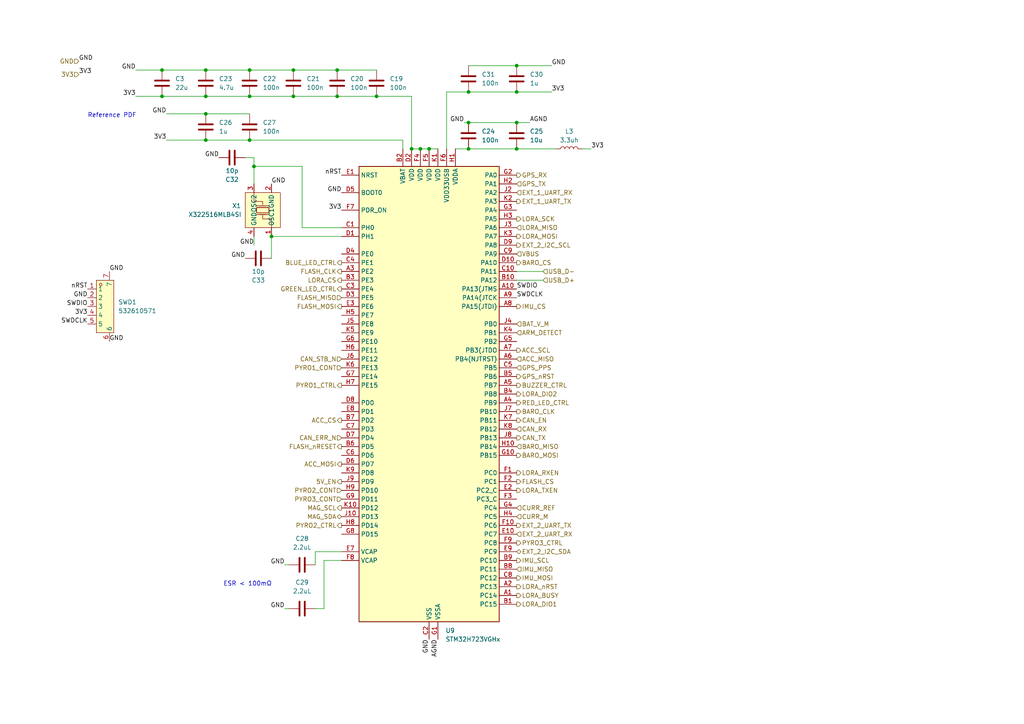
<source format=kicad_sch>
(kicad_sch (version 20230121) (generator eeschema)
  (paper "A4")
  (lib_symbols
    (symbol "Device:C" (pin_numbers hide) (pin_names (offset 0.254))
      (property "Reference" "C" (at 0.635 2.54 0))
      (property "Value" "C" (at 0.635 -2.54 0))
      (symbol "C_0_1"
        (polyline (pts (xy -2.032 -0.762) (xy 2.032 -0.762)) (stroke (width 0.508)))
        (polyline (pts (xy -2.032 0.762) (xy 2.032 0.762)) (stroke (width 0.508)))
      )
      (symbol "C_1_1"
        (pin passive line (at 0 3.81 270) (length 2.794) (name "~") (number "1"))
        (pin passive line (at 0 -3.81 90) (length 2.794) (name "~") (number "2"))
      )
    )
    (symbol "Device:L" (pin_numbers hide) (pin_names (offset 1.016) hide)
      (property "Reference" "L" (at -1.27 0 90))
      (property "Value" "L" (at 1.905 0 90))
      (symbol "L_0_1"
        (arc (start 0 -2.54) (mid 0.6323 -1.905) (end 0 -1.27))
        (arc (start 0 -1.27) (mid 0.6323 -0.635) (end 0 0))
        (arc (start 0 0) (mid 0.6323 0.635) (end 0 1.27))
        (arc (start 0 1.27) (mid 0.6323 1.905) (end 0 2.54))
      )
      (symbol "L_1_1"
        (pin passive line (at 0 3.81 270) (length 1.27) (name "1") (number "1"))
        (pin passive line (at 0 -3.81 90) (length 1.27) (name "2") (number "2"))
      )
    )
    (symbol "MCU_ST_STM32H7:STM32H723VGHx"
      (property "Reference" "U" (at -20.32 67.31 0))
      (property "Value" "STM32H723VGHx" (at 10.16 67.31 0))
      (symbol "STM32H723VGHx_0_1"
        (rectangle (start -20.32 -66.04) (end 20.32 66.04) (stroke (width 0.254)) (fill (type background)))
      )
      (symbol "STM32H723VGHx_1_1"
        (pin bidirectional line (at 25.4 -58.42 180) (length 5.08) (name "PC14") (number "A1"))
        (pin bidirectional line (at 25.4 30.48 180) (length 5.08) (name "PA13(JTMS") (number "A10"))
        (pin bidirectional line (at 25.4 -55.88 180) (length 5.08) (name "PC13") (number "A2"))
        (pin bidirectional line (at -25.4 35.56 0) (length 5.08) (name "PE2") (number "A3"))
        (pin bidirectional line (at 25.4 -2.54 180) (length 5.08) (name "PB9") (number "A4"))
        (pin bidirectional line (at 25.4 2.54 180) (length 5.08) (name "PB7") (number "A5"))
        (pin bidirectional line (at 25.4 10.16 180) (length 5.08) (name "PB4(NJTRST)") (number "A6"))
        (pin bidirectional line (at 25.4 12.7 180) (length 5.08) (name "PB3(JTDO") (number "A7"))
        (pin bidirectional line (at 25.4 25.4 180) (length 5.08) (name "PA15(JTDI)") (number "A8"))
        (pin bidirectional line (at 25.4 27.94 180) (length 5.08) (name "PA14(JTCK") (number "A9"))
        (pin bidirectional line (at 25.4 -60.96 180) (length 5.08) (name "PC15") (number "B1"))
        (pin bidirectional line (at 25.4 33.02 180) (length 5.08) (name "PA12") (number "B10"))
        (pin power_in line (at -7.62 71.12 270) (length 5.08) (name "VBAT") (number "B2"))
        (pin bidirectional line (at -25.4 33.02 0) (length 5.08) (name "PE3") (number "B3"))
        (pin bidirectional line (at 25.4 0 180) (length 5.08) (name "PB8") (number "B4"))
        (pin bidirectional line (at 25.4 5.08 180) (length 5.08) (name "PB6") (number "B5"))
        (pin bidirectional line (at -25.4 -15.24 0) (length 5.08) (name "PD5") (number "B6"))
        (pin bidirectional line (at -25.4 -7.62 0) (length 5.08) (name "PD2") (number "B7"))
        (pin bidirectional line (at 25.4 -50.8 180) (length 5.08) (name "PC11") (number "B8"))
        (pin bidirectional line (at 25.4 -48.26 180) (length 5.08) (name "PC10") (number "B9"))
        (pin bidirectional line (at -25.4 48.26 0) (length 5.08) (name "PH0") (number "C1"))
        (pin bidirectional line (at 25.4 35.56 180) (length 5.08) (name "PA11") (number "C10"))
        (pin power_in line (at 0 -71.12 90) (length 5.08) (name "VSS") (number "C2"))
        (pin bidirectional line (at -25.4 30.48 0) (length 5.08) (name "PE4") (number "C3"))
        (pin bidirectional line (at -25.4 38.1 0) (length 5.08) (name "PE1") (number "C4"))
        (pin bidirectional line (at 25.4 7.62 180) (length 5.08) (name "PB5") (number "C5"))
        (pin bidirectional line (at -25.4 -17.78 0) (length 5.08) (name "PD6") (number "C6"))
        (pin bidirectional line (at -25.4 -10.16 0) (length 5.08) (name "PD3") (number "C7"))
        (pin bidirectional line (at 25.4 -53.34 180) (length 5.08) (name "PC12") (number "C8"))
        (pin bidirectional line (at 25.4 40.64 180) (length 5.08) (name "PA9") (number "C9"))
        (pin bidirectional line (at -25.4 45.72 0) (length 5.08) (name "PH1") (number "D1"))
        (pin bidirectional line (at 25.4 38.1 180) (length 5.08) (name "PA10") (number "D10"))
        (pin power_in line (at -5.08 71.12 270) (length 5.08) (name "VDD") (number "D2"))
        (pin bidirectional line (at -25.4 27.94 0) (length 5.08) (name "PE5") (number "D3"))
        (pin bidirectional line (at -25.4 40.64 0) (length 5.08) (name "PE0") (number "D4"))
        (pin input line (at -25.4 58.42 0) (length 5.08) (name "BOOT0") (number "D5"))
        (pin bidirectional line (at -25.4 -20.32 0) (length 5.08) (name "PD7") (number "D6"))
        (pin bidirectional line (at -25.4 -12.7 0) (length 5.08) (name "PD4") (number "D7"))
        (pin bidirectional line (at -25.4 -2.54 0) (length 5.08) (name "PD0") (number "D8"))
        (pin bidirectional line (at 25.4 43.18 180) (length 5.08) (name "PA8") (number "D9"))
        (pin input line (at -25.4 63.5 0) (length 5.08) (name "NRST") (number "E1"))
        (pin bidirectional line (at 25.4 -40.64 180) (length 5.08) (name "PC7") (number "E10"))
        (pin bidirectional line (at 25.4 -27.94 180) (length 5.08) (name "PC2_C") (number "E2"))
        (pin bidirectional line (at -25.4 25.4 0) (length 5.08) (name "PE6") (number "E3"))
        (pin passive line (at 0 -71.12 90) (length 5.08) hide (name "VSS") (number "E4"))
        (pin passive line (at 0 -71.12 90) (length 5.08) hide (name "VSS") (number "E5"))
        (pin passive line (at 0 -71.12 90) (length 5.08) hide (name "VSS") (number "E6"))
        (pin power_out line (at -25.4 -45.72 0) (length 5.08) (name "VCAP") (number "E7"))
        (pin bidirectional line (at -25.4 -5.08 0) (length 5.08) (name "PD1") (number "E8"))
        (pin bidirectional line (at 25.4 -45.72 180) (length 5.08) (name "PC9") (number "E9"))
        (pin bidirectional line (at 25.4 -22.86 180) (length 5.08) (name "PC0") (number "F1"))
        (pin bidirectional line (at 25.4 -38.1 180) (length 5.08) (name "PC6") (number "F10"))
        (pin bidirectional line (at 25.4 -25.4 180) (length 5.08) (name "PC1") (number "F2"))
        (pin bidirectional line (at 25.4 -30.48 180) (length 5.08) (name "PC3_C") (number "F3"))
        (pin power_in line (at -2.54 71.12 270) (length 5.08) (name "VDD") (number "F4"))
        (pin power_in line (at 0 71.12 270) (length 5.08) (name "VDD") (number "F5"))
        (pin power_in line (at 5.08 71.12 270) (length 5.08) (name "VDD33USB") (number "F6"))
        (pin input line (at -25.4 53.34 0) (length 5.08) (name "PDR_ON") (number "F7"))
        (pin power_out line (at -25.4 -48.26 0) (length 5.08) (name "VCAP") (number "F8"))
        (pin bidirectional line (at 25.4 -43.18 180) (length 5.08) (name "PC8") (number "F9"))
        (pin power_in line (at 2.54 -71.12 90) (length 5.08) (name "VSSA") (number "G1"))
        (pin bidirectional line (at 25.4 -17.78 180) (length 5.08) (name "PB15") (number "G10"))
        (pin bidirectional line (at 25.4 63.5 180) (length 5.08) (name "PA0") (number "G2"))
        (pin bidirectional line (at 25.4 53.34 180) (length 5.08) (name "PA4") (number "G3"))
        (pin bidirectional line (at 25.4 -33.02 180) (length 5.08) (name "PC4") (number "G4"))
        (pin bidirectional line (at 25.4 15.24 180) (length 5.08) (name "PB2") (number "G5"))
        (pin bidirectional line (at -25.4 15.24 0) (length 5.08) (name "PE10") (number "G6"))
        (pin bidirectional line (at -25.4 5.08 0) (length 5.08) (name "PE14") (number "G7"))
        (pin bidirectional line (at -25.4 -40.64 0) (length 5.08) (name "PD15") (number "G8"))
        (pin bidirectional line (at -25.4 -30.48 0) (length 5.08) (name "PD11") (number "G9"))
        (pin power_in line (at 7.62 71.12 270) (length 5.08) (name "VDDA") (number "H1"))
        (pin bidirectional line (at 25.4 -15.24 180) (length 5.08) (name "PB14") (number "H10"))
        (pin bidirectional line (at 25.4 60.96 180) (length 5.08) (name "PA1") (number "H2"))
        (pin bidirectional line (at 25.4 50.8 180) (length 5.08) (name "PA5") (number "H3"))
        (pin bidirectional line (at 25.4 -35.56 180) (length 5.08) (name "PC5") (number "H4"))
        (pin bidirectional line (at -25.4 22.86 0) (length 5.08) (name "PE7") (number "H5"))
        (pin bidirectional line (at -25.4 12.7 0) (length 5.08) (name "PE11") (number "H6"))
        (pin bidirectional line (at -25.4 2.54 0) (length 5.08) (name "PE15") (number "H7"))
        (pin bidirectional line (at -25.4 -38.1 0) (length 5.08) (name "PD14") (number "H8"))
        (pin bidirectional line (at -25.4 -27.94 0) (length 5.08) (name "PD10") (number "H9"))
        (pin passive line (at 0 -71.12 90) (length 5.08) hide (name "VSS") (number "J1"))
        (pin bidirectional line (at -25.4 -35.56 0) (length 5.08) (name "PD13") (number "J10"))
        (pin bidirectional line (at 25.4 58.42 180) (length 5.08) (name "PA2") (number "J2"))
        (pin bidirectional line (at 25.4 48.26 180) (length 5.08) (name "PA6") (number "J3"))
        (pin bidirectional line (at 25.4 20.32 180) (length 5.08) (name "PB0") (number "J4"))
        (pin bidirectional line (at -25.4 20.32 0) (length 5.08) (name "PE8") (number "J5"))
        (pin bidirectional line (at -25.4 10.16 0) (length 5.08) (name "PE12") (number "J6"))
        (pin bidirectional line (at 25.4 -5.08 180) (length 5.08) (name "PB10") (number "J7"))
        (pin bidirectional line (at 25.4 -12.7 180) (length 5.08) (name "PB13") (number "J8"))
        (pin bidirectional line (at -25.4 -25.4 0) (length 5.08) (name "PD9") (number "J9"))
        (pin power_in line (at 2.54 71.12 270) (length 5.08) (name "VDD") (number "K1"))
        (pin bidirectional line (at -25.4 -33.02 0) (length 5.08) (name "PD12") (number "K10"))
        (pin bidirectional line (at 25.4 55.88 180) (length 5.08) (name "PA3") (number "K2"))
        (pin bidirectional line (at 25.4 45.72 180) (length 5.08) (name "PA7") (number "K3"))
        (pin bidirectional line (at 25.4 17.78 180) (length 5.08) (name "PB1") (number "K4"))
        (pin bidirectional line (at -25.4 17.78 0) (length 5.08) (name "PE9") (number "K5"))
        (pin bidirectional line (at -25.4 7.62 0) (length 5.08) (name "PE13") (number "K6"))
        (pin bidirectional line (at 25.4 -7.62 180) (length 5.08) (name "PB11") (number "K7"))
        (pin bidirectional line (at 25.4 -10.16 180) (length 5.08) (name "PB12") (number "K8"))
        (pin bidirectional line (at -25.4 -22.86 0) (length 5.08) (name "PD8") (number "K9"))
      )
    )
    (symbol "Rocketry:532610571"
      (property "Reference" "CN" (at 0 15.24 0))
      (property "Value" "532610571" (at 0 -15.24 0))
      (symbol "532610571_0_1"
        (rectangle (start -1.27 7.62) (end 3.81 -7.62) (fill (type background)))
        (circle (center 0 6.35) (radius 0.38))
        (pin unspecified line (at -3.81 5.08 0) (length 2.54) (name "1") (number "1"))
        (pin unspecified line (at -3.81 2.54 0) (length 2.54) (name "2") (number "2"))
        (pin unspecified line (at -3.81 0 0) (length 2.54) (name "3") (number "3"))
        (pin unspecified line (at -3.81 -2.54 0) (length 2.54) (name "4") (number "4"))
        (pin unspecified line (at -3.81 -5.08 0) (length 2.54) (name "5") (number "5"))
        (pin unspecified line (at 2.54 -10.16 90) (length 2.54) (name "6") (number "6"))
        (pin unspecified line (at 2.54 10.16 270) (length 2.54) (name "7") (number "7"))
      )
    )
    (symbol "Rocketry:X322516MLB4SI"
      (property "Reference" "X" (at 0 7.62 0))
      (property "Value" "X322516MLB4SI" (at 0 -7.62 0))
      (symbol "X322516MLB4SI_0_1"
        (rectangle (start -5.08 5.08) (end 5.08 -5.08) (fill (type background)))
        (polyline (pts (xy -1.27 -1.78) (xy -1.27 1.78)))
        (polyline (pts (xy -1.27 -1.02) (xy -1.27 1.02)))
        (polyline (pts (xy 0.76 -1.78) (xy -0.76 -1.78)))
        (polyline (pts (xy 1.27 -1.78) (xy 1.27 1.78)))
        (polyline (pts (xy 1.27 -1.02) (xy 1.27 1.02)))
        (polyline (pts (xy -5.08 -2.54) (xy -2.54 -2.54) (xy -2.54 0) (xy -1.52 0)))
        (polyline (pts (xy -0.76 -1.78) (xy -0.76 1.78) (xy 0.76 1.78) (xy 0.76 -1.78)))
        (polyline (pts (xy 5.08 2.54) (xy 2.54 2.54) (xy 2.54 0) (xy 1.52 0)))
        (polyline (pts (xy 0.76 1.78) (xy 0.76 -1.78) (xy -0.76 -1.78) (xy -0.76 1.78) (xy 0.76 1.78)) (fill (type background)))
        (pin unspecified line (at -7.62 -2.54 0) (length 2.54) (name "OSC1") (number "1"))
        (pin unspecified line (at 7.62 -2.54 180) (length 2.54) (name "GND") (number "2"))
        (pin unspecified line (at 7.62 2.54 180) (length 2.54) (name "OSC2") (number "3"))
        (pin unspecified line (at -7.62 2.54 0) (length 2.54) (name "GND") (number "4"))
      )
    )
  )
  (junction (at 85.09 27.94))
  (junction (at 149.86 26.67))
  (junction (at 124.46 43.18))
  (junction (at 149.86 43.18))
  (junction (at 85.09 20.32))
  (junction (at 135.89 35.56))
  (junction (at 73.66 48.26))
  (junction (at 72.39 27.94))
  (junction (at 135.89 26.67))
  (junction (at 121.92 43.18))
  (junction (at 59.69 27.94))
  (junction (at 72.39 20.32))
  (junction (at 119.38 43.18))
  (junction (at 149.86 35.56))
  (junction (at 46.99 20.32))
  (junction (at 149.86 19.05))
  (junction (at 59.69 40.64))
  (junction (at 59.69 33.02))
  (junction (at 78.74 68.58))
  (junction (at 97.79 27.94))
  (junction (at 97.79 20.32))
  (junction (at 72.39 40.64))
  (junction (at 135.89 43.18))
  (junction (at 46.99 27.94))
  (junction (at 59.69 20.32))
  (junction (at 109.22 27.94))
  (wire (pts (xy 132.08 43.18) (xy 135.89 43.18)))
  (wire (pts (xy 116.84 40.64) (xy 72.39 40.64)))
  (wire (pts (xy 129.54 26.67) (xy 129.54 43.18)))
  (wire (pts (xy 160.02 26.67) (xy 149.86 26.67)))
  (wire (pts (xy 78.74 68.58) (xy 99.06 68.58)))
  (wire (pts (xy 121.92 43.18) (xy 124.46 43.18)))
  (wire (pts (xy 85.09 20.32) (xy 97.79 20.32)))
  (wire (pts (xy 39.37 27.94) (xy 46.99 27.94)))
  (wire (pts (xy 72.39 20.32) (xy 85.09 20.32)))
  (wire (pts (xy 59.69 33.02) (xy 72.39 33.02)))
  (wire (pts (xy 59.69 27.94) (xy 72.39 27.94)))
  (wire (pts (xy 149.86 26.67) (xy 135.89 26.67)))
  (wire (pts (xy 135.89 43.18) (xy 149.86 43.18)))
  (wire (pts (xy 124.46 43.18) (xy 127 43.18)))
  (wire (pts (xy 119.38 27.94) (xy 119.38 43.18)))
  (wire (pts (xy 85.09 27.94) (xy 97.79 27.94)))
  (wire (pts (xy 99.06 162.56) (xy 93.98 162.56)))
  (wire (pts (xy 91.44 160.02) (xy 91.44 163.83)))
  (wire (pts (xy 46.99 20.32) (xy 59.69 20.32)))
  (wire (pts (xy 82.55 163.83) (xy 83.82 163.83)))
  (wire (pts (xy 149.86 43.18) (xy 161.29 43.18)))
  (wire (pts (xy 134.62 35.56) (xy 135.89 35.56)))
  (wire (pts (xy 72.39 27.94) (xy 85.09 27.94)))
  (wire (pts (xy 73.66 68.58) (xy 73.66 71.12)))
  (wire (pts (xy 59.69 20.32) (xy 72.39 20.32)))
  (wire (pts (xy 157.48 78.74) (xy 149.86 78.74)))
  (wire (pts (xy 149.86 19.05) (xy 160.02 19.05)))
  (wire (pts (xy 93.98 162.56) (xy 93.98 176.53)))
  (wire (pts (xy 116.84 43.18) (xy 116.84 40.64)))
  (wire (pts (xy 73.66 45.72) (xy 73.66 48.26)))
  (wire (pts (xy 149.86 35.56) (xy 153.67 35.56)))
  (wire (pts (xy 135.89 35.56) (xy 149.86 35.56)))
  (wire (pts (xy 97.79 27.94) (xy 109.22 27.94)))
  (wire (pts (xy 135.89 26.67) (xy 129.54 26.67)))
  (wire (pts (xy 73.66 48.26) (xy 87.63 48.26)))
  (wire (pts (xy 99.06 160.02) (xy 91.44 160.02)))
  (wire (pts (xy 78.74 68.58) (xy 78.74 74.93)))
  (wire (pts (xy 82.55 176.53) (xy 83.82 176.53)))
  (wire (pts (xy 39.37 20.32) (xy 46.99 20.32)))
  (wire (pts (xy 93.98 176.53) (xy 91.44 176.53)))
  (wire (pts (xy 73.66 53.34) (xy 73.66 48.26)))
  (wire (pts (xy 119.38 43.18) (xy 121.92 43.18)))
  (wire (pts (xy 59.69 40.64) (xy 72.39 40.64)))
  (wire (pts (xy 97.79 20.32) (xy 109.22 20.32)))
  (wire (pts (xy 48.26 33.02) (xy 59.69 33.02)))
  (wire (pts (xy 48.26 40.64) (xy 59.69 40.64)))
  (wire (pts (xy 171.45 43.18) (xy 168.91 43.18)))
  (wire (pts (xy 87.63 66.04) (xy 99.06 66.04)))
  (wire (pts (xy 135.89 19.05) (xy 149.86 19.05)))
  (wire (pts (xy 109.22 27.94) (xy 119.38 27.94)))
  (wire (pts (xy 157.48 81.28) (xy 149.86 81.28)))
  (wire (pts (xy 71.12 45.72) (xy 73.66 45.72)))
  (wire (pts (xy 46.99 27.94) (xy 59.69 27.94)))
  (wire (pts (xy 87.63 48.26) (xy 87.63 66.04)))
  (text "ESR < 100mΩ" (at 64.77 170.18 0) (effects (font (size 1.27 1.27)) (justify left bottom)))
  (text "Reference PDF" (at 25.4 34.29 0) (effects (font (size 1.27 1.27)) (justify left bottom)))
  (label "3V3" (at 171.45 43.18 0))
  (label "3V3" (at 99.06 60.96 180))
  (label "3V3" (at 48.26 40.64 180))
  (label "GND" (at 134.62 35.56 180))
  (label "3V3" (at 25.4 91.44 180))
  (label "3V3" (at 160.02 26.67 0))
  (label "GND" (at 82.55 176.53 180))
  (label "3V3" (at 22.86 21.59 0))
  (label "3V3" (at 39.37 27.94 180))
  (label "AGND" (at 153.67 35.56 0))
  (label "GND" (at 99.06 55.88 180))
  (label "GND" (at 39.37 20.32 180))
  (label "GND" (at 124.46 185.42 270))
  (label "GND" (at 31.75 78.74 0))
  (label "nRST" (at 25.4 83.82 180))
  (label "SWDIO" (at 149.86 83.82 0))
  (label "GND" (at 160.02 19.05 0))
  (label "GND" (at 25.4 86.36 180))
  (label "GND" (at 31.75 99.06 0))
  (label "GND" (at 78.74 53.34 0))
  (label "GND" (at 48.26 33.02 180))
  (label "GND" (at 63.5 45.72 180))
  (label "SWDIO" (at 25.4 88.9 180))
  (label "GND" (at 73.66 71.12 180))
  (label "SWDCLK" (at 149.86 86.36 0))
  (label "GND" (at 82.55 163.83 180))
  (label "AGND" (at 127 185.42 270))
  (label "GND" (at 22.86 17.78 0))
  (label "GND" (at 71.12 74.93 180))
  (label "nRST" (at 99.06 50.8 180))
  (label "SWDCLK" (at 25.4 93.98 180))
  (hierarchical_label "GPS_TX" (shape input) (at 149.86 53.34 0))
  (hierarchical_label "USB_D+" (shape input) (at 157.48 81.28 0))
  (hierarchical_label "BLUE_LED_CTRL" (shape output) (at 99.06 76.2 180))
  (hierarchical_label "LORA_BUSY" (shape output) (at 149.86 172.72 0))
  (hierarchical_label "PYRO2_CONT" (shape input) (at 99.06 142.24 180))
  (hierarchical_label "BARO_MOSI" (shape output) (at 149.86 132.08 0))
  (hierarchical_label "MAG_SDA" (shape bidirectional) (at 99.06 149.86 180))
  (hierarchical_label "FLASH_CS" (shape output) (at 149.86 139.7 0))
  (hierarchical_label "PYRO1_CONT" (shape input) (at 99.06 106.68 180))
  (hierarchical_label "PYRO2_CTRL" (shape output) (at 99.06 152.4 180))
  (hierarchical_label "LORA_DIO2" (shape output) (at 149.86 114.3 0))
  (hierarchical_label "EXT_1_UART_RX" (shape input) (at 149.86 55.88 0))
  (hierarchical_label "CAN_RX" (shape input) (at 149.86 124.46 0))
  (hierarchical_label "FLASH_CLK" (shape output) (at 99.06 78.74 180))
  (hierarchical_label "CAN_STB_N" (shape input) (at 99.06 104.14 180))
  (hierarchical_label "LORA_TXEN" (shape output) (at 149.86 142.24 0))
  (hierarchical_label "CAN_TX" (shape output) (at 149.86 127 0))
  (hierarchical_label "PYRO3_CTRL" (shape output) (at 149.86 157.48 0))
  (hierarchical_label "EXT_1_UART_TX" (shape output) (at 149.86 58.42 0))
  (hierarchical_label "GPS_nRST" (shape output) (at 149.86 109.22 0))
  (hierarchical_label "MAG_SCL" (shape output) (at 99.06 147.32 180))
  (hierarchical_label "CURR_REF" (shape input) (at 149.86 147.32 0))
  (hierarchical_label "LORA_CS" (shape output) (at 99.06 81.28 180))
  (hierarchical_label "BARO_MISO" (shape input) (at 149.86 129.54 0))
  (hierarchical_label "CAN_ERR_N" (shape input) (at 99.06 127 180))
  (hierarchical_label "PYRO3_CONT" (shape input) (at 99.06 144.78 180))
  (hierarchical_label "BARO_CS" (shape output) (at 149.86 76.2 0))
  (hierarchical_label "ACC_CS" (shape output) (at 99.06 121.92 180))
  (hierarchical_label "ACC_MOSI" (shape output) (at 99.06 134.62 180))
  (hierarchical_label "VBUS" (shape input) (at 149.86 73.66 0))
  (hierarchical_label "ACC_MISO" (shape input) (at 149.86 104.14 0))
  (hierarchical_label "GPS_RX" (shape output) (at 149.86 50.8 0))
  (hierarchical_label "BARO_CLK" (shape output) (at 149.86 119.38 0))
  (hierarchical_label "ACC_SCL" (shape output) (at 149.86 101.6 0))
  (hierarchical_label "GREEN_LED_CTRL" (shape output) (at 99.06 83.82 180))
  (hierarchical_label "LORA_MOSI" (shape output) (at 149.86 68.58 0))
  (hierarchical_label "3V3" (shape input) (at 22.86 21.59 180))
  (hierarchical_label "LORA_nRST" (shape output) (at 149.86 170.18 0))
  (hierarchical_label "ARM_DETECT" (shape input) (at 149.86 96.52 0))
  (hierarchical_label "5V_EN" (shape output) (at 99.06 139.7 180))
  (hierarchical_label "EXT_2_I2C_SDA" (shape bidirectional) (at 149.86 160.02 0))
  (hierarchical_label "CURR_M" (shape input) (at 149.86 149.86 0))
  (hierarchical_label "BAT_V_M" (shape input) (at 149.86 93.98 0))
  (hierarchical_label "LORA_RXEN" (shape output) (at 149.86 137.16 0))
  (hierarchical_label "EXT_2_UART_RX" (shape input) (at 149.86 154.94 0))
  (hierarchical_label "FLASH_MOSI" (shape output) (at 99.06 88.9 180))
  (hierarchical_label "IMU_CS" (shape output) (at 149.86 88.9 0))
  (hierarchical_label "USB_D-" (shape input) (at 157.48 78.74 0))
  (hierarchical_label "IMU_MOSI" (shape output) (at 149.86 167.64 0))
  (hierarchical_label "EXT_2_UART_TX" (shape output) (at 149.86 152.4 0))
  (hierarchical_label "LORA_SCK" (shape output) (at 149.86 63.5 0))
  (hierarchical_label "GND" (shape input) (at 22.86 17.78 180))
  (hierarchical_label "FLASH_MISO" (shape input) (at 99.06 86.36 180))
  (hierarchical_label "FLASH_nRESET" (shape output) (at 99.06 129.54 180))
  (hierarchical_label "GPS_PPS" (shape input) (at 149.86 106.68 0))
  (hierarchical_label "RED_LED_CTRL" (shape output) (at 149.86 116.84 0))
  (hierarchical_label "IMU_MISO" (shape input) (at 149.86 165.1 0))
  (hierarchical_label "IMU_SCL" (shape output) (at 149.86 162.56 0))
  (hierarchical_label "LORA_MISO" (shape input) (at 149.86 66.04 0))
  (hierarchical_label "EXT_2_I2C_SCL" (shape output) (at 149.86 71.12 0))
  (hierarchical_label "PYRO1_CTRL" (shape output) (at 99.06 111.76 180))
  (hierarchical_label "CAN_EN" (shape output) (at 149.86 121.92 0))
  (hierarchical_label "LORA_DIO1" (shape output) (at 149.86 175.26 0))
  (hierarchical_label "BUZZER_CTRL" (shape output) (at 149.86 111.76 0))
  (symbol (lib_id "Rocketry:X322516MLB4SI") (at 76.2 60.96 90) (unit 1)
    (property "Reference" "X1" (at 67.31 59.69 90) (effects (justify right)))
    (property "Value" "X322516MLB4SI" (at 54.61 62.23 90) (effects (justify right)))
    (property "Footprint" "Rocketry:OSC-SMD_4P-L3.2-W2.5-BL" (effects hide))
    (property "Datasheet" "https://lcsc.com/product-detail/SMD-Crystals_YSX321SL-16MHZ-9PF-10PPM-40-85_C13738.html" (effects hide))
    (property "LCSC Part" "C13738" (effects hide))
  )
  (symbol (lib_id "Device:C") (at 135.89 22.86 180) (unit 1)
    (property "Reference" "C31" (at 139.7 21.59 0) (effects (justify right)))
    (property "Value" "100n" (at 139.7 24.13 0) (effects (justify right)))
    (property "Footprint" "Capacitor_SMD:C_0402_1005Metric" (effects hide))
  )
  (symbol (lib_id "Device:C") (at 109.22 24.13 180) (unit 1)
    (property "Reference" "C19" (at 113.03 22.86 0) (effects (justify right)))
    (property "Value" "100n" (at 113.03 25.4 0) (effects (justify right)))
    (property "Footprint" "Capacitor_SMD:C_0402_1005Metric" (effects hide))
  )
  (symbol (lib_id "Device:C") (at 74.93 74.93 270) (unit 1)
    (property "Reference" "C33" (at 74.93 81.28 90))
    (property "Value" "10p" (at 74.93 78.74 90))
    (property "Footprint" "Capacitor_SMD:C_0402_1005Metric" (effects hide))
  )
  (symbol (lib_id "MCU_ST_STM32H7:STM32H723VGHx") (at 124.46 114.3 0) (unit 1)
    (property "Reference" "U9" (at 129.1941 182.88 0) (effects (justify left)))
    (property "Value" "STM32H723VGHx" (at 129.1941 185.42 0) (effects (justify left)))
    (property "Footprint" "Package_BGA:TFBGA-100_8x8mm_Layout10x10_P0.8mm" (effects hide))
    (property "Datasheet" "https://www.st.com/resource/en/datasheet/stm32h723vg.pdf" (effects hide))
  )
  (symbol (lib_id "Device:C") (at 87.63 176.53 270) (unit 1)
    (property "Reference" "C29" (at 87.63 168.91 90))
    (property "Value" "2.2uL" (at 87.63 171.45 90))
    (property "Footprint" "Capacitor_SMD:C_0402_1005Metric" (effects hide))
  )
  (symbol (lib_id "Device:C") (at 59.69 36.83 180) (unit 1)
    (property "Reference" "C26" (at 63.5 35.56 0) (effects (justify right)))
    (property "Value" "1u" (at 63.5 38.1 0) (effects (justify right)))
    (property "Footprint" "Capacitor_SMD:C_0402_1005Metric" (effects hide))
  )
  (symbol (lib_id "Device:C") (at 85.09 24.13 180) (unit 1)
    (property "Reference" "C21" (at 88.9 22.86 0) (effects (justify right)))
    (property "Value" "100n" (at 88.9 25.4 0) (effects (justify right)))
    (property "Footprint" "Capacitor_SMD:C_0402_1005Metric" (effects hide))
  )
  (symbol (lib_id "Rocketry:532610571") (at 29.21 88.9 0) (unit 1)
    (property "Reference" "SWD1" (at 34.29 87.63 0) (effects (justify left)))
    (property "Value" "532610571" (at 34.29 90.17 0) (effects (justify left)))
    (property "Footprint" "Rocketry:CONN-SMD_5P-P1.25_532610571-2" (effects hide))
    (property "Datasheet" "https://lcsc.com/product-detail/Wire-To-Board-Wire-To-Wire-Connector_MOLEX-532610571_C392176.html" (effects hide))
    (property "LCSC Part" "C392176" (effects hide))
  )
  (symbol (lib_id "Device:C") (at 59.69 24.13 180) (unit 1)
    (property "Reference" "C23" (at 63.5 22.86 0) (effects (justify right)))
    (property "Value" "4.7u" (at 63.5 25.4 0) (effects (justify right)))
    (property "Footprint" "Capacitor_SMD:C_0402_1005Metric" (effects hide))
  )
  (symbol (lib_id "Device:C") (at 97.79 24.13 180) (unit 1)
    (property "Reference" "C20" (at 101.6 22.86 0) (effects (justify right)))
    (property "Value" "100n" (at 101.6 25.4 0) (effects (justify right)))
    (property "Footprint" "Capacitor_SMD:C_0402_1005Metric" (effects hide))
  )
  (symbol (lib_id "Device:C") (at 67.31 45.72 270) (unit 1)
    (property "Reference" "C32" (at 67.31 52.07 90))
    (property "Value" "10p" (at 67.31 49.53 90))
    (property "Footprint" "Capacitor_SMD:C_0402_1005Metric" (effects hide))
  )
  (symbol (lib_id "Device:C") (at 72.39 36.83 180) (unit 1)
    (property "Reference" "C27" (at 76.2 35.56 0) (effects (justify right)))
    (property "Value" "100n" (at 76.2 38.1 0) (effects (justify right)))
    (property "Footprint" "Capacitor_SMD:C_0402_1005Metric" (effects hide))
  )
  (symbol (lib_id "Device:C") (at 149.86 22.86 180) (unit 1)
    (property "Reference" "C30" (at 153.67 21.59 0) (effects (justify right)))
    (property "Value" "1u" (at 153.67 24.13 0) (effects (justify right)))
    (property "Footprint" "Capacitor_SMD:C_0402_1005Metric" (effects hide))
  )
  (symbol (lib_id "Device:C") (at 87.63 163.83 270) (unit 1)
    (property "Reference" "C28" (at 87.63 156.21 90))
    (property "Value" "2.2uL" (at 87.63 158.75 90))
    (property "Footprint" "Capacitor_SMD:C_0402_1005Metric" (effects hide))
  )
  (symbol (lib_id "Device:C") (at 72.39 24.13 180) (unit 1)
    (property "Reference" "C22" (at 76.2 22.86 0) (effects (justify right)))
    (property "Value" "100n" (at 76.2 25.4 0) (effects (justify right)))
    (property "Footprint" "Capacitor_SMD:C_0402_1005Metric" (effects hide))
  )
  (symbol (lib_id "Device:L") (at 165.1 43.18 90) (unit 1)
    (property "Reference" "L3" (at 165.1 38.1 90))
    (property "Value" "3.3uh" (at 165.1 40.64 90))
    (property "Footprint" "Inductor_SMD:L_1206_3216Metric" (effects hide))
    (property "JLCPCB" "C967688" (effects hide))
  )
  (symbol (lib_id "Device:C") (at 46.99 24.13 180) (unit 1)
    (property "Reference" "C3" (at 50.8 22.86 0) (effects (justify right)))
    (property "Value" "22u" (at 50.8 25.4 0) (effects (justify right)))
    (property "Footprint" "Capacitor_SMD:C_0603_1608Metric" (effects hide))
    (instances (project "VLF4_PCB" (path "" (reference "C3") (unit 1)) (path "" (reference "C57") (unit 1))))
  )
  (symbol (lib_id "Device:C") (at 135.89 39.37 180) (unit 1)
    (property "Reference" "C24" (at 139.7 38.1 0) (effects (justify right)))
    (property "Value" "100n" (at 139.7 40.64 0) (effects (justify right)))
    (property "Footprint" "Capacitor_SMD:C_0402_1005Metric" (effects hide))
  )
  (symbol (lib_id "Device:C") (at 149.86 39.37 180) (unit 1)
    (property "Reference" "C25" (at 153.67 38.1 0) (effects (justify right)))
    (property "Value" "10u" (at 153.67 40.64 0) (effects (justify right)))
    (property "Footprint" "Capacitor_SMD:C_0603_1608Metric" (effects hide))
  )
)
</source>
